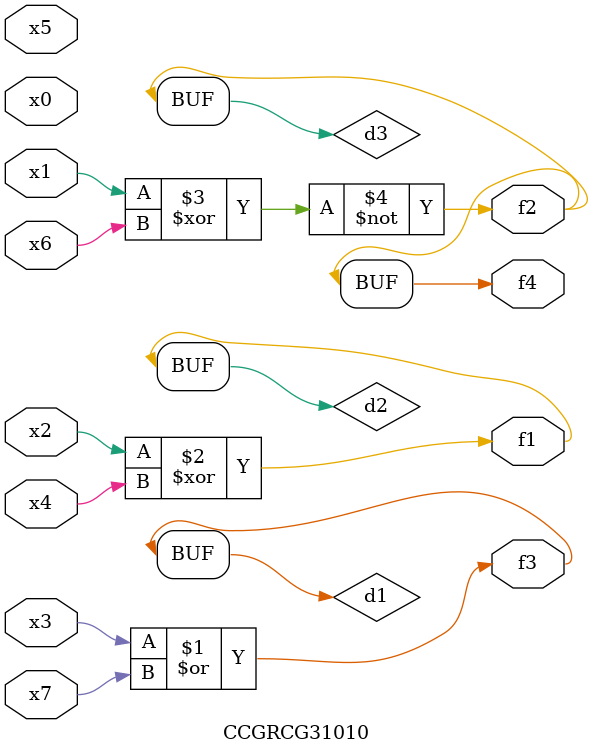
<source format=v>
module CCGRCG31010(
	input x0, x1, x2, x3, x4, x5, x6, x7,
	output f1, f2, f3, f4
);

	wire d1, d2, d3;

	or (d1, x3, x7);
	xor (d2, x2, x4);
	xnor (d3, x1, x6);
	assign f1 = d2;
	assign f2 = d3;
	assign f3 = d1;
	assign f4 = d3;
endmodule

</source>
